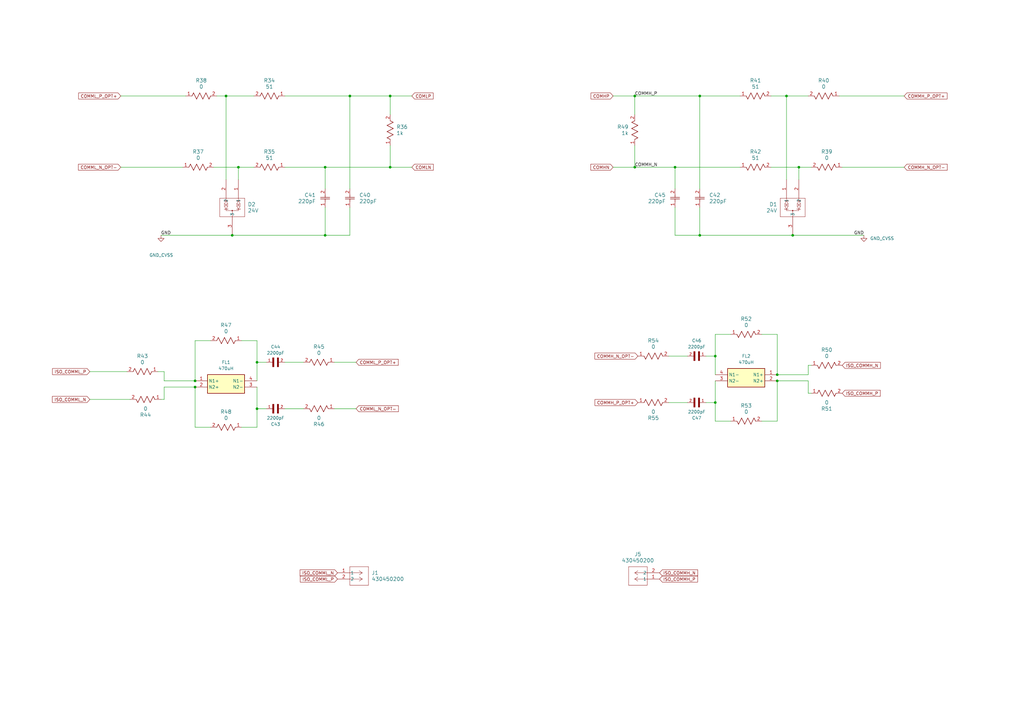
<source format=kicad_sch>
(kicad_sch (version 20231120) (generator "eeschema") (generator_version "8.0")
  (paper "A3")
  (lib_symbols
    (symbol "0430450200:430450200" (pin_names (offset 0.254))
      (property "Reference" "J" (at 8.89 6.35 0))
      (property "Value" "430450200" (at 0 0 0))
      (symbol "430450200_1_1"
        (polyline (pts (xy 5.08 -5.08) (xy 12.7 -5.08)) (stroke (width 0.127)))
        (polyline (pts (xy 5.08 2.54) (xy 5.08 -5.08)) (stroke (width 0.127)))
        (polyline (pts (xy 10.16 -2.54) (xy 5.08 -2.54)) (stroke (width 0.127)))
        (polyline (pts (xy 10.16 -2.54) (xy 8.89 -3.3867)) (stroke (width 0.127)))
        (polyline (pts (xy 10.16 -2.54) (xy 8.89 -1.6933)) (stroke (width 0.127)))
        (polyline (pts (xy 10.16 0) (xy 5.08 0)) (stroke (width 0.127)))
        (polyline (pts (xy 10.16 0) (xy 8.89 -0.8467)) (stroke (width 0.127)))
        (polyline (pts (xy 10.16 0) (xy 8.89 0.8467)) (stroke (width 0.127)))
        (polyline (pts (xy 12.7 -5.08) (xy 12.7 2.54)) (stroke (width 0.127)))
        (polyline (pts (xy 12.7 2.54) (xy 5.08 2.54)) (stroke (width 0.127)))
        (pin unspecified line (at 0 0 0) (length 5.08) (name "1") (number "1"))
        (pin unspecified line (at 0 -2.54 0) (length 5.08) (name "2") (number "2"))
      )
      (symbol "430450200_1_2"
        (polyline (pts (xy 5.08 -5.08) (xy 12.7 -5.08)) (stroke (width 0.127)))
        (polyline (pts (xy 5.08 2.54) (xy 5.08 -5.08)) (stroke (width 0.127)))
        (polyline (pts (xy 7.62 -2.54) (xy 5.08 -2.54)) (stroke (width 0.127)))
        (polyline (pts (xy 7.62 -2.54) (xy 8.89 -3.3867)) (stroke (width 0.127)))
        (polyline (pts (xy 7.62 -2.54) (xy 8.89 -1.6933)) (stroke (width 0.127)))
        (polyline (pts (xy 7.62 0) (xy 5.08 0)) (stroke (width 0.127)))
        (polyline (pts (xy 7.62 0) (xy 8.89 -0.8467)) (stroke (width 0.127)))
        (polyline (pts (xy 7.62 0) (xy 8.89 0.8467)) (stroke (width 0.127)))
        (polyline (pts (xy 12.7 -5.08) (xy 12.7 2.54)) (stroke (width 0.127)))
        (polyline (pts (xy 12.7 2.54) (xy 5.08 2.54)) (stroke (width 0.127)))
        (pin unspecified line (at 0 0 0) (length 5.08) (name "1") (number "1"))
        (pin unspecified line (at 0 -2.54 0) (length 5.08) (name "2") (number "2"))
      )
    )
    (symbol "1206J2K00222KXR:1206J2K00222KXR" (pin_names (offset 1.016))
      (property "Reference" "C" (at 0 3.8109 0))
      (property "Value" "1206J2K00222KXR" (at 0 -5.0885 0))
      (symbol "1206J2K00222KXR_0_0"
        (rectangle (start 0 -1.9069) (end 0.635 1.905) (stroke (width 0.1)) (fill (type outline)))
        (rectangle (start 1.9069 -1.9069) (end 2.54 1.905) (stroke (width 0.1)) (fill (type outline)))
        (pin passive line (at -2.54 0 0) (length 2.54) (name "~") (number "1"))
        (pin passive line (at 5.08 0 180) (length 2.54) (name "~") (number "2"))
      )
    )
    (symbol "744242471:744242471"
      (property "Reference" "FL" (at 21.59 7.62 0))
      (property "Value" "744242471" (at 21.59 5.08 0))
      (symbol "744242471_1_1"
        (rectangle (start 5.08 2.54) (end 20.32 -5.08) (stroke (width 0.254)) (fill (type background)))
        (pin passive line (at 0 0 0) (length 5.08) (name "N1+") (number "1"))
        (pin passive line (at 0 -2.54 0) (length 5.08) (name "N2+") (number "2"))
        (pin passive line (at 25.4 -2.54 180) (length 5.08) (name "N2-") (number "3"))
        (pin passive line (at 25.4 0 180) (length 5.08) (name "N1-") (number "4"))
      )
    )
    (symbol "CL10B221JB8NNNC:CL10B221JB8NNNC" (pin_names (offset 0.254))
      (property "Reference" "C41" (at 5.0801 -3.81 90))
      (property "Value" "220pF" (at 2.5401 -3.81 90))
      (symbol "CL10B221JB8NNNC_1_1"
        (polyline (pts (xy 2.54 0) (xy 3.4798 0)) (stroke (width 0.2032)))
        (polyline (pts (xy 3.4798 -1.905) (xy 3.4798 1.905)) (stroke (width 0.2032)))
        (polyline (pts (xy 4.1148 -1.905) (xy 4.1148 1.905)) (stroke (width 0.2032)))
        (polyline (pts (xy 4.1148 0) (xy 5.08 0)) (stroke (width 0.2032)))
        (pin passive line (at 0 0 0) (length 2.54) (name "") (number "1"))
        (pin passive line (at 7.62 0 180) (length 2.54) (name "") (number "2"))
      )
    )
    (symbol "CL10B221JB8NNNC_1" (pin_names (offset 0.254))
      (property "Reference" "C40" (at 5.0801 -3.81 90))
      (property "Value" "220pF" (at 2.5401 -3.81 90))
      (symbol "CL10B221JB8NNNC_1_1_1"
        (polyline (pts (xy 2.54 0) (xy 3.4798 0)) (stroke (width 0.2032)))
        (polyline (pts (xy 3.4798 -1.905) (xy 3.4798 1.905)) (stroke (width 0.2032)))
        (polyline (pts (xy 4.1148 -1.905) (xy 4.1148 1.905)) (stroke (width 0.2032)))
        (polyline (pts (xy 4.1148 0) (xy 5.08 0)) (stroke (width 0.2032)))
        (pin passive line (at 0 0 0) (length 2.54) (name "") (number "1"))
        (pin passive line (at 7.62 0 180) (length 2.54) (name "") (number "2"))
      )
    )
    (symbol "CRCW060351R0JNEA:CRCW060351R0JNEA" (pin_names (offset 0.254))
      (property "Reference" "R34" (at 6.35 6.35 0))
      (property "Value" "51" (at 6.35 3.81 0))
      (symbol "CRCW060351R0JNEA_1_1"
        (polyline (pts (xy 2.54 0) (xy 3.175 1.27)) (stroke (width 0.2032)))
        (polyline (pts (xy 3.175 1.27) (xy 4.445 -1.27)) (stroke (width 0.2032)))
        (polyline (pts (xy 4.445 -1.27) (xy 5.715 1.27)) (stroke (width 0.2032)))
        (polyline (pts (xy 5.715 1.27) (xy 6.985 -1.27)) (stroke (width 0.2032)))
        (polyline (pts (xy 6.985 -1.27) (xy 8.255 1.27)) (stroke (width 0.2032)))
        (polyline (pts (xy 8.255 1.27) (xy 9.525 -1.27)) (stroke (width 0.2032)))
        (polyline (pts (xy 9.525 -1.27) (xy 10.16 0)) (stroke (width 0.2032)))
        (pin passive line (at 12.7 0 180) (length 2.54) (name "") (number "1"))
        (pin passive line (at 0 0 0) (length 2.54) (name "") (number "2"))
      )
    )
    (symbol "CRCW060351R0JNEA_1" (pin_names (offset 0.254))
      (property "Reference" "R35" (at 6.35 6.35 0))
      (property "Value" "51" (at 6.35 3.81 0))
      (symbol "CRCW060351R0JNEA_1_1_1"
        (polyline (pts (xy 2.54 0) (xy 3.175 1.27)) (stroke (width 0.2032)))
        (polyline (pts (xy 3.175 1.27) (xy 4.445 -1.27)) (stroke (width 0.2032)))
        (polyline (pts (xy 4.445 -1.27) (xy 5.715 1.27)) (stroke (width 0.2032)))
        (polyline (pts (xy 5.715 1.27) (xy 6.985 -1.27)) (stroke (width 0.2032)))
        (polyline (pts (xy 6.985 -1.27) (xy 8.255 1.27)) (stroke (width 0.2032)))
        (polyline (pts (xy 8.255 1.27) (xy 9.525 -1.27)) (stroke (width 0.2032)))
        (polyline (pts (xy 9.525 -1.27) (xy 10.16 0)) (stroke (width 0.2032)))
        (pin passive line (at 12.7 0 180) (length 2.54) (name "") (number "1"))
        (pin passive line (at 0 0 0) (length 2.54) (name "") (number "2"))
      )
    )
    (symbol "CRCW08050000Z0EAHP:CRCW08050000Z0EAHP" (pin_names (offset 0.254))
      (property "Reference" "R43" (at 6.35 6.35 0))
      (property "Value" "0" (at 6.35 3.81 0))
      (symbol "CRCW08050000Z0EAHP_1_1"
        (polyline (pts (xy 2.54 0) (xy 3.175 1.27)) (stroke (width 0.2032)))
        (polyline (pts (xy 3.175 1.27) (xy 4.445 -1.27)) (stroke (width 0.2032)))
        (polyline (pts (xy 4.445 -1.27) (xy 5.715 1.27)) (stroke (width 0.2032)))
        (polyline (pts (xy 5.715 1.27) (xy 6.985 -1.27)) (stroke (width 0.2032)))
        (polyline (pts (xy 6.985 -1.27) (xy 8.255 1.27)) (stroke (width 0.2032)))
        (polyline (pts (xy 8.255 1.27) (xy 9.525 -1.27)) (stroke (width 0.2032)))
        (polyline (pts (xy 9.525 -1.27) (xy 10.16 0)) (stroke (width 0.2032)))
        (pin passive line (at 12.7 0 180) (length 2.54) (name "") (number "1"))
        (pin passive line (at 0 0 0) (length 2.54) (name "") (number "2"))
      )
    )
    (symbol "CRCW08050000Z0EAHP_1" (pin_names (offset 0.254))
      (property "Reference" "R46" (at 6.35 6.35 0))
      (property "Value" "0" (at 6.35 3.81 0))
      (symbol "CRCW08050000Z0EAHP_1_1_1"
        (polyline (pts (xy 2.54 0) (xy 3.175 1.27)) (stroke (width 0.2032)))
        (polyline (pts (xy 3.175 1.27) (xy 4.445 -1.27)) (stroke (width 0.2032)))
        (polyline (pts (xy 4.445 -1.27) (xy 5.715 1.27)) (stroke (width 0.2032)))
        (polyline (pts (xy 5.715 1.27) (xy 6.985 -1.27)) (stroke (width 0.2032)))
        (polyline (pts (xy 6.985 -1.27) (xy 8.255 1.27)) (stroke (width 0.2032)))
        (polyline (pts (xy 8.255 1.27) (xy 9.525 -1.27)) (stroke (width 0.2032)))
        (polyline (pts (xy 9.525 -1.27) (xy 10.16 0)) (stroke (width 0.2032)))
        (pin passive line (at 12.7 0 180) (length 2.54) (name "") (number "1"))
        (pin passive line (at 0 0 0) (length 2.54) (name "") (number "2"))
      )
    )
    (symbol "CRCW08050000Z0EAHP_2" (pin_names (offset 0.254))
      (property "Reference" "R44" (at 6.35 6.35 0))
      (property "Value" "0" (at 6.35 3.81 0))
      (symbol "CRCW08050000Z0EAHP_2_1_1"
        (polyline (pts (xy 2.54 0) (xy 3.175 1.27)) (stroke (width 0.2032)))
        (polyline (pts (xy 3.175 1.27) (xy 4.445 -1.27)) (stroke (width 0.2032)))
        (polyline (pts (xy 4.445 -1.27) (xy 5.715 1.27)) (stroke (width 0.2032)))
        (polyline (pts (xy 5.715 1.27) (xy 6.985 -1.27)) (stroke (width 0.2032)))
        (polyline (pts (xy 6.985 -1.27) (xy 8.255 1.27)) (stroke (width 0.2032)))
        (polyline (pts (xy 8.255 1.27) (xy 9.525 -1.27)) (stroke (width 0.2032)))
        (polyline (pts (xy 9.525 -1.27) (xy 10.16 0)) (stroke (width 0.2032)))
        (pin passive line (at 12.7 0 180) (length 2.54) (name "") (number "1"))
        (pin passive line (at 0 0 0) (length 2.54) (name "") (number "2"))
      )
    )
    (symbol "ERJ-3EKF1001V:ERJ-3EKF1001V" (pin_names (offset 0.254))
      (property "Reference" "R36" (at 5.0799 2.54 90))
      (property "Value" "1.00K" (at 7.6199 2.54 90))
      (symbol "ERJ-3EKF1001V_1_1"
        (polyline (pts (xy 2.54 0) (xy 3.175 1.27)) (stroke (width 0.2032)))
        (polyline (pts (xy 3.175 1.27) (xy 4.445 -1.27)) (stroke (width 0.2032)))
        (polyline (pts (xy 4.445 -1.27) (xy 5.715 1.27)) (stroke (width 0.2032)))
        (polyline (pts (xy 5.715 1.27) (xy 6.985 -1.27)) (stroke (width 0.2032)))
        (polyline (pts (xy 6.985 -1.27) (xy 8.255 1.27)) (stroke (width 0.2032)))
        (polyline (pts (xy 8.255 1.27) (xy 9.525 -1.27)) (stroke (width 0.2032)))
        (polyline (pts (xy 9.525 -1.27) (xy 10.16 0)) (stroke (width 0.2032)))
        (pin passive line (at 12.7 0 180) (length 2.54) (name "") (number "1"))
        (pin passive line (at 0 0 0) (length 2.54) (name "") (number "2"))
      )
    )
    (symbol "PESD1CAN,215:PESD1CAN_215" (pin_names (offset 0.254))
      (property "Reference" "D2" (at 10.1599 3.81 90))
      (property "Value" "24V" (at 12.6999 3.81 90))
      (symbol "PESD1CAN_215_1_1"
        (polyline (pts (xy 7.62 -7.62) (xy 15.24 -7.62)) (stroke (width 0.127)))
        (polyline (pts (xy 7.62 -5.08) (xy 8.636 -5.08)) (stroke (width 0.127)))
        (polyline (pts (xy 7.62 0) (xy 8.636 0)) (stroke (width 0.127)))
        (polyline (pts (xy 7.62 2.54) (xy 7.62 -7.62)) (stroke (width 0.127)))
        (polyline (pts (xy 8.636 -5.842) (xy 8.636 -4.318)) (stroke (width 0.127)))
        (polyline (pts (xy 8.636 -5.842) (xy 8.89 -5.842)) (stroke (width 0.127)))
        (polyline (pts (xy 8.636 -5.08) (xy 10.16 -5.842)) (stroke (width 0.127)))
        (polyline (pts (xy 8.636 -0.762) (xy 8.636 0.762)) (stroke (width 0.127)))
        (polyline (pts (xy 8.636 -0.762) (xy 8.89 -0.762)) (stroke (width 0.127)))
        (polyline (pts (xy 8.636 0) (xy 10.16 -0.762)) (stroke (width 0.127)))
        (polyline (pts (xy 10.16 -5.842) (xy 10.16 -4.318)) (stroke (width 0.127)))
        (polyline (pts (xy 10.16 -5.08) (xy 10.668 -5.08)) (stroke (width 0.127)))
        (polyline (pts (xy 10.16 -4.318) (xy 8.636 -5.08)) (stroke (width 0.127)))
        (polyline (pts (xy 10.16 -0.762) (xy 10.16 0.762)) (stroke (width 0.127)))
        (polyline (pts (xy 10.16 0) (xy 10.668 0)) (stroke (width 0.127)))
        (polyline (pts (xy 10.16 0.762) (xy 8.636 0)) (stroke (width 0.127)))
        (polyline (pts (xy 10.668 -5.842) (xy 12.192 -5.08)) (stroke (width 0.127)))
        (polyline (pts (xy 10.668 -4.318) (xy 10.668 -5.842)) (stroke (width 0.127)))
        (polyline (pts (xy 10.668 -0.762) (xy 12.192 0)) (stroke (width 0.127)))
        (polyline (pts (xy 10.668 0.762) (xy 10.668 -0.762)) (stroke (width 0.127)))
        (polyline (pts (xy 12.192 -5.08) (xy 10.668 -4.318)) (stroke (width 0.127)))
        (polyline (pts (xy 12.192 -5.08) (xy 12.7 -5.08)) (stroke (width 0.127)))
        (polyline (pts (xy 12.192 -4.318) (xy 11.938 -4.318)) (stroke (width 0.127)))
        (polyline (pts (xy 12.192 -4.318) (xy 12.192 -5.842)) (stroke (width 0.127)))
        (polyline (pts (xy 12.192 0) (xy 10.668 0.762)) (stroke (width 0.127)))
        (polyline (pts (xy 12.192 0) (xy 12.7 0)) (stroke (width 0.127)))
        (polyline (pts (xy 12.192 0.762) (xy 11.938 0.762)) (stroke (width 0.127)))
        (polyline (pts (xy 12.192 0.762) (xy 12.192 -0.762)) (stroke (width 0.127)))
        (polyline (pts (xy 12.7 -2.54) (xy 15.24 -2.54)) (stroke (width 0.127)))
        (polyline (pts (xy 12.7 0) (xy 12.7 -5.08)) (stroke (width 0.127)))
        (polyline (pts (xy 15.24 -7.62) (xy 15.24 2.54)) (stroke (width 0.127)))
        (polyline (pts (xy 15.24 2.54) (xy 7.62 2.54)) (stroke (width 0.127)))
        (circle (center 12.7 -2.54) (radius 0.127) (stroke (width 0.254)))
        (pin passive line (at 0 0 0) (length 7.62) (name "1") (number "1"))
        (pin passive line (at 0 -5.08 0) (length 7.62) (name "2") (number "2"))
        (pin passive line (at 22.86 -2.54 180) (length 7.62) (name "3") (number "3"))
      )
    )
    (symbol "RC0603JR-070RL:RC0603JR-070RL" (pin_names (offset 0.254))
      (property "Reference" "R38" (at 6.35 6.35 0))
      (property "Value" "0" (at 6.35 3.81 0))
      (symbol "RC0603JR-070RL_1_1"
        (polyline (pts (xy 2.54 0) (xy 3.175 1.27)) (stroke (width 0.2032)))
        (polyline (pts (xy 3.175 1.27) (xy 4.445 -1.27)) (stroke (width 0.2032)))
        (polyline (pts (xy 4.445 -1.27) (xy 5.715 1.27)) (stroke (width 0.2032)))
        (polyline (pts (xy 5.715 1.27) (xy 6.985 -1.27)) (stroke (width 0.2032)))
        (polyline (pts (xy 6.985 -1.27) (xy 8.255 1.27)) (stroke (width 0.2032)))
        (polyline (pts (xy 8.255 1.27) (xy 9.525 -1.27)) (stroke (width 0.2032)))
        (polyline (pts (xy 9.525 -1.27) (xy 10.16 0)) (stroke (width 0.2032)))
        (pin passive line (at 0 0 0) (length 2.54) (name "") (number "1"))
        (pin passive line (at 12.7 0 180) (length 2.54) (name "") (number "2"))
      )
    )
    (symbol "RC0603JR-070RL_1" (pin_names (offset 0.254))
      (property "Reference" "R37" (at 6.35 6.35 0))
      (property "Value" "0" (at 6.35 3.81 0))
      (symbol "RC0603JR-070RL_1_1_1"
        (polyline (pts (xy 2.54 0) (xy 3.175 1.27)) (stroke (width 0.2032)))
        (polyline (pts (xy 3.175 1.27) (xy 4.445 -1.27)) (stroke (width 0.2032)))
        (polyline (pts (xy 4.445 -1.27) (xy 5.715 1.27)) (stroke (width 0.2032)))
        (polyline (pts (xy 5.715 1.27) (xy 6.985 -1.27)) (stroke (width 0.2032)))
        (polyline (pts (xy 6.985 -1.27) (xy 8.255 1.27)) (stroke (width 0.2032)))
        (polyline (pts (xy 8.255 1.27) (xy 9.525 -1.27)) (stroke (width 0.2032)))
        (polyline (pts (xy 9.525 -1.27) (xy 10.16 0)) (stroke (width 0.2032)))
        (pin passive line (at 0 0 0) (length 2.54) (name "") (number "1"))
        (pin passive line (at 12.7 0 180) (length 2.54) (name "") (number "2"))
      )
    )
    (symbol "power:GND" (power) (pin_numbers hide) (pin_names (offset 0) hide)
      (property "Value" "GND" (at 0 -3.81 0))
      (symbol "GND_0_1"
        (polyline (pts (xy 0 0) (xy 0 -1.27) (xy 1.27 -1.27) (xy 0 -2.54) (xy -1.27 -1.27) (xy 0 -1.27)))
      )
      (symbol "GND_1_1"
        (pin power_in line (at 0 0 270) (length 0) (name "~") (number "1"))
      )
    )
  )
  (junction (at 160.02 39.37))
  (junction (at 80.01 156.21))
  (junction (at 95.25 96.52))
  (junction (at 160.02 68.58))
  (junction (at 293.37 165.1))
  (junction (at 276.86 68.58))
  (junction (at 322.58 39.37))
  (junction (at 143.51 39.37))
  (junction (at 80.01 158.75))
  (junction (at 325.12 96.52))
  (junction (at 287.02 39.37))
  (junction (at 287.02 96.52))
  (junction (at 133.35 68.58))
  (junction (at 105.41 148.59))
  (junction (at 92.71 39.37))
  (junction (at 260.35 68.58))
  (junction (at 260.35 39.37))
  (junction (at 97.79 68.58))
  (junction (at 133.35 96.52))
  (junction (at 293.37 146.05))
  (junction (at 327.66 68.58))
  (junction (at 318.77 156.21))
  (junction (at 318.77 153.67))
  (junction (at 105.41 167.64))
  (wire (pts (xy 331.47 153.67) (xy 331.47 149.86)))
  (wire (pts (xy 293.37 137.16) (xy 293.37 146.05)))
  (wire (pts (xy 318.77 153.67) (xy 318.77 137.16)))
  (wire (pts (xy 67.31 163.83) (xy 67.31 158.75)))
  (wire (pts (xy 276.86 68.58) (xy 260.35 68.58)))
  (wire (pts (xy 332.74 161.29) (xy 331.47 161.29)))
  (wire (pts (xy 331.47 39.37) (xy 322.58 39.37)))
  (wire (pts (xy 325.12 96.52) (xy 287.02 96.52)))
  (wire (pts (xy 327.66 68.58) (xy 316.23 68.58)))
  (wire (pts (xy 109.22 148.59) (xy 105.41 148.59)))
  (wire (pts (xy 36.83 152.4) (xy 52.07 152.4)))
  (wire (pts (xy 80.01 156.21) (xy 80.01 139.7)))
  (wire (pts (xy 299.72 137.16) (xy 293.37 137.16)))
  (wire (pts (xy 66.04 96.52) (xy 95.25 96.52)))
  (wire (pts (xy 97.79 68.58) (xy 97.79 73.66)))
  (wire (pts (xy 318.77 153.67) (xy 331.47 153.67)))
  (wire (pts (xy 354.33 96.52) (xy 325.12 96.52)))
  (wire (pts (xy 260.35 68.58) (xy 260.35 59.69)))
  (wire (pts (xy 293.37 156.21) (xy 293.37 165.1)))
  (wire (pts (xy 105.41 167.64) (xy 105.41 175.26)))
  (wire (pts (xy 109.22 167.64) (xy 105.41 167.64)))
  (wire (pts (xy 260.35 39.37) (xy 260.35 46.99)))
  (wire (pts (xy 143.51 39.37) (xy 160.02 39.37)))
  (wire (pts (xy 88.9 39.37) (xy 92.71 39.37)))
  (wire (pts (xy 331.47 149.86) (xy 332.74 149.86)))
  (wire (pts (xy 160.02 68.58) (xy 160.02 59.69)))
  (wire (pts (xy 105.41 175.26) (xy 99.06 175.26)))
  (wire (pts (xy 116.84 39.37) (xy 143.51 39.37)))
  (wire (pts (xy 331.47 161.29) (xy 331.47 156.21)))
  (wire (pts (xy 99.06 139.7) (xy 105.41 139.7)))
  (wire (pts (xy 260.35 39.37) (xy 251.46 39.37)))
  (wire (pts (xy 105.41 139.7) (xy 105.41 148.59)))
  (wire (pts (xy 276.86 85.09) (xy 276.86 96.52)))
  (wire (pts (xy 318.77 137.16) (xy 312.42 137.16)))
  (wire (pts (xy 287.02 96.52) (xy 276.86 96.52)))
  (wire (pts (xy 370.84 68.58) (xy 345.44 68.58)))
  (wire (pts (xy 66.04 163.83) (xy 67.31 163.83)))
  (wire (pts (xy 97.79 68.58) (xy 104.14 68.58)))
  (wire (pts (xy 287.02 39.37) (xy 303.53 39.37)))
  (wire (pts (xy 137.16 167.64) (xy 146.05 167.64)))
  (wire (pts (xy 36.83 163.83) (xy 53.34 163.83)))
  (wire (pts (xy 143.51 39.37) (xy 143.51 77.47)))
  (wire (pts (xy 276.86 68.58) (xy 303.53 68.58)))
  (wire (pts (xy 327.66 73.66) (xy 327.66 68.58)))
  (wire (pts (xy 137.16 148.59) (xy 146.05 148.59)))
  (wire (pts (xy 105.41 158.75) (xy 105.41 167.64)))
  (wire (pts (xy 331.47 156.21) (xy 318.77 156.21)))
  (wire (pts (xy 293.37 172.72) (xy 299.72 172.72)))
  (wire (pts (xy 92.71 39.37) (xy 104.14 39.37)))
  (wire (pts (xy 49.53 68.58) (xy 74.93 68.58)))
  (wire (pts (xy 133.35 68.58) (xy 133.35 77.47)))
  (wire (pts (xy 318.77 156.21) (xy 318.77 172.72)))
  (wire (pts (xy 133.35 85.09) (xy 133.35 96.52)))
  (wire (pts (xy 80.01 139.7) (xy 86.36 139.7)))
  (wire (pts (xy 322.58 39.37) (xy 322.58 73.66)))
  (wire (pts (xy 116.84 148.59) (xy 124.46 148.59)))
  (wire (pts (xy 80.01 175.26) (xy 86.36 175.26)))
  (wire (pts (xy 260.35 68.58) (xy 251.46 68.58)))
  (wire (pts (xy 116.84 68.58) (xy 133.35 68.58)))
  (wire (pts (xy 281.94 146.05) (xy 274.32 146.05)))
  (wire (pts (xy 143.51 85.09) (xy 143.51 96.52)))
  (wire (pts (xy 160.02 68.58) (xy 168.91 68.58)))
  (wire (pts (xy 87.63 68.58) (xy 97.79 68.58)))
  (wire (pts (xy 332.74 68.58) (xy 327.66 68.58)))
  (wire (pts (xy 260.35 39.37) (xy 287.02 39.37)))
  (wire (pts (xy 105.41 148.59) (xy 105.41 156.21)))
  (wire (pts (xy 370.84 39.37) (xy 344.17 39.37)))
  (wire (pts (xy 287.02 85.09) (xy 287.02 96.52)))
  (wire (pts (xy 49.53 39.37) (xy 76.2 39.37)))
  (wire (pts (xy 293.37 165.1) (xy 293.37 172.72)))
  (wire (pts (xy 92.71 39.37) (xy 92.71 73.66)))
  (wire (pts (xy 80.01 158.75) (xy 80.01 175.26)))
  (wire (pts (xy 95.25 96.52) (xy 133.35 96.52)))
  (wire (pts (xy 67.31 156.21) (xy 67.31 152.4)))
  (wire (pts (xy 316.23 39.37) (xy 322.58 39.37)))
  (wire (pts (xy 318.77 172.72) (xy 312.42 172.72)))
  (wire (pts (xy 67.31 158.75) (xy 80.01 158.75)))
  (wire (pts (xy 67.31 152.4) (xy 64.77 152.4)))
  (wire (pts (xy 133.35 96.52) (xy 143.51 96.52)))
  (wire (pts (xy 293.37 146.05) (xy 293.37 153.67)))
  (wire (pts (xy 289.56 146.05) (xy 293.37 146.05)))
  (wire (pts (xy 116.84 167.64) (xy 124.46 167.64)))
  (wire (pts (xy 289.56 165.1) (xy 293.37 165.1)))
  (wire (pts (xy 160.02 39.37) (xy 168.91 39.37)))
  (wire (pts (xy 133.35 68.58) (xy 160.02 68.58)))
  (wire (pts (xy 160.02 39.37) (xy 160.02 46.99)))
  (wire (pts (xy 276.86 68.58) (xy 276.86 77.47)))
  (wire (pts (xy 80.01 156.21) (xy 67.31 156.21)))
  (wire (pts (xy 281.94 165.1) (xy 274.32 165.1)))
  (wire (pts (xy 287.02 39.37) (xy 287.02 77.47)))
  (label "COMMH_N" (at 260.35 68.58 0))
  (label "GND" (at 354.33 96.52 180))
  (label "GND" (at 66.04 96.52 0))
  (label "COMMH_P" (at 260.35 39.37 0))
  (global_label "ISO_COMMH_N" (shape input) (at 270.51 234.95 0) (property "Intersheetrefs" "${INTERSHEET_REFS}" (effects (hide yes))))
  (global_label "ISO_COMML_N" (shape input) (at 138.43 234.95 180) (property "Intersheetrefs" "${INTERSHEET_REFS}" (effects (hide yes))))
  (global_label "COMMH_P_OPT+" (shape input) (at 261.62 165.1 180) (property "Intersheetrefs" "${INTERSHEET_REFS}" (effects (hide yes))))
  (global_label "COMML_N_OPT-" (shape input) (at 49.53 68.58 180) (property "Intersheetrefs" "${INTERSHEET_REFS}" (effects (hide yes))))
  (global_label "ISO_COMML_P" (shape input) (at 138.43 237.49 180) (property "Intersheetrefs" "${INTERSHEET_REFS}" (effects (hide yes))))
  (global_label "COMLN" (shape input) (at 168.91 68.58 0) (property "Intersheetrefs" "${INTERSHEET_REFS}" (effects (hide yes))))
  (global_label "COMHP" (shape input) (at 251.46 39.37 180) (property "Intersheetrefs" "${INTERSHEET_REFS}" (effects (hide yes))))
  (global_label "COMMH_P_OPT+" (shape input) (at 370.84 39.37 0) (property "Intersheetrefs" "${INTERSHEET_REFS}" (effects (hide yes))))
  (global_label "COMMH_N_OPT-" (shape input) (at 370.84 68.58 0) (property "Intersheetrefs" "${INTERSHEET_REFS}" (effects (hide yes))))
  (global_label "ISO_COMMH_P" (shape input) (at 345.44 161.29 0) (property "Intersheetrefs" "${INTERSHEET_REFS}" (effects (hide yes))))
  (global_label "COMML_N_OPT-" (shape input) (at 146.05 167.64 0) (property "Intersheetrefs" "${INTERSHEET_REFS}" (effects (hide yes))))
  (global_label "ISO_COMMH_P" (shape input) (at 270.51 237.49 0) (property "Intersheetrefs" "${INTERSHEET_REFS}" (effects (hide yes))))
  (global_label "COMML_P_OPT+" (shape input) (at 49.53 39.37 180) (property "Intersheetrefs" "${INTERSHEET_REFS}" (effects (hide yes))))
  (global_label "ISO_COMML_P" (shape input) (at 36.83 152.4 180) (property "Intersheetrefs" "${INTERSHEET_REFS}" (effects (hide yes))))
  (global_label "ISO_COMML_N" (shape input) (at 36.83 163.83 180) (property "Intersheetrefs" "${INTERSHEET_REFS}" (effects (hide yes))))
  (global_label "COMHN" (shape input) (at 251.46 68.58 180) (property "Intersheetrefs" "${INTERSHEET_REFS}" (effects (hide yes))))
  (global_label "COMML_P_OPT+" (shape input) (at 146.05 148.59 0) (property "Intersheetrefs" "${INTERSHEET_REFS}" (effects (hide yes))))
  (global_label "ISO_COMMH_N" (shape input) (at 345.44 149.86 0) (property "Intersheetrefs" "${INTERSHEET_REFS}" (effects (hide yes))))
  (global_label "COMLP" (shape input) (at 168.91 39.37 0) (property "Intersheetrefs" "${INTERSHEET_REFS}" (effects (hide yes))))
  (global_label "COMMH_N_OPT-" (shape input) (at 261.62 146.05 180) (property "Intersheetrefs" "${INTERSHEET_REFS}" (effects (hide yes))))
  (symbol (lib_id "ERJ-3EKF1001V:ERJ-3EKF1001V") (at 260.35 46.99 90) (mirror x) (unit 1)
    (property "Reference" "R49" (at 257.81 52.0699 90) (effects (font (size 1.524 1.524)) (justify left)))
    (property "Value" "1k" (at 257.81 54.6099 90) (effects (font (size 1.524 1.524)) (justify left)))
    (property "Footprint" "ERJ-3EKF1001V:RC0603N_PAN-L" (effects (hide yes)))
    (property "Datasheet" "https://industrial.panasonic.com/cdbs/www-data/pdf/RDA0000/AOA0000C304.pdf" (effects (hide yes)))
    (property "Manufacturer Part Number" "ERJ-3EKF1001V" (effects (hide yes)))
  )
  (symbol (lib_name "CRCW060351R0JNEA_1") (lib_id "CRCW060351R0JNEA:CRCW060351R0JNEA") (at 104.14 68.58 0) (unit 1)
    (property "Reference" "R35" (at 110.49 62.23 0) (effects (font (size 1.524 1.524))))
    (property "Value" "51" (at 110.49 64.77 0) (effects (font (size 1.524 1.524))))
    (property "Footprint" "CRCW060351R0JNEA:RC0603N_VIS-L" (effects (hide yes)))
    (property "Datasheet" "https://www.vishay.com/docs/20035/dcrcwe3.pdf" (effects (hide yes)))
    (property "Manufacturer Part Number" "CRCW060351R0JNEA" (effects (hide yes)))
  )
  (symbol (lib_name "CRCW08050000Z0EAHP_1") (lib_id "CRCW08050000Z0EAHP:CRCW08050000Z0EAHP") (at 274.32 165.1 180) (unit 1)
    (property "Reference" "R55" (at 267.97 171.45 0) (effects (font (size 1.524 1.524))))
    (property "Value" "0" (at 267.97 168.91 0) (effects (font (size 1.524 1.524))))
    (property "Footprint" "CRCW08050000Z0EAHP:RES_CRCW_0805_VIS-L" (effects (hide yes)))
    (property "Datasheet" "https://www.vishay.com/docs/20043/crcwhpe3.pdf" (effects (hide yes)))
    (property "Manufacturer Part Number" "CRCW08050000Z0EAHP" (effects (hide yes)))
  )
  (symbol (lib_id "1206J2K00222KXR:1206J2K00222KXR") (at 111.76 167.64 0) (mirror x) (unit 1)
    (property "Reference" "C43" (at 113.03 173.99 0))
    (property "Value" "2200pF" (at 113.03 171.45 0))
    (property "Footprint" "1206J2K00222KXR (1):CAPC3216X160N" (effects (hide yes)))
    (property "Datasheet" "https://www.knowlescapacitors.com/getattachment/2dbfc8bc-e2b3-4b4d-afb1-43b011b9ebe0/High-Std-Voltage.aspx" (effects (hide yes)))
    (property "Manufacturer Part Number" "1206J2K00222" (effects (hide yes)))
  )
  (symbol (lib_id "PESD1CAN,215:PESD1CAN_215") (at 322.58 73.66 90) (mirror x) (unit 1)
    (property "Reference" "D1" (at 318.77 83.8199 90) (effects (font (size 1.524 1.524)) (justify left)))
    (property "Value" "24V" (at 318.77 86.3599 90) (effects (font (size 1.524 1.524)) (justify left)))
    (property "Footprint" "SOT23_PESD1_NEX" (effects (hide yes)))
    (property "Datasheet" "https://assets.nexperia.com/documents/data-sheet/PESD1CAN.pdf" (effects (hide yes)))
    (property "Manufacturer Part Number" "PESD1CAN_215" (effects (hide yes)))
  )
  (symbol (lib_name "CRCW08050000Z0EAHP_1") (lib_id "CRCW08050000Z0EAHP:CRCW08050000Z0EAHP") (at 86.36 175.26 0) (unit 1)
    (property "Reference" "R48" (at 92.71 168.91 0) (effects (font (size 1.524 1.524))))
    (property "Value" "0" (at 92.71 171.45 0) (effects (font (size 1.524 1.524))))
    (property "Footprint" "CRCW08050000Z0EAHP:RES_CRCW_0805_VIS-L" (effects (hide yes)))
    (property "Datasheet" "https://www.vishay.com/docs/20043/crcwhpe3.pdf" (effects (hide yes)))
    (property "Manufacturer Part Number" "CRCW08050000Z0EAHP" (effects (hide yes)))
  )
  (symbol (lib_name "CRCW08050000Z0EAHP_1") (lib_id "CRCW08050000Z0EAHP:CRCW08050000Z0EAHP") (at 124.46 148.59 0) (unit 1)
    (property "Reference" "R45" (at 130.81 142.24 0) (effects (font (size 1.524 1.524))))
    (property "Value" "0" (at 130.81 144.78 0) (effects (font (size 1.524 1.524))))
    (property "Footprint" "CRCW08050000Z0EAHP:RES_CRCW_0805_VIS-L" (effects (hide yes)))
    (property "Datasheet" "https://www.vishay.com/docs/20043/crcwhpe3.pdf" (effects (hide yes)))
    (property "Manufacturer Part Number" "CRCW08050000Z0EAHP" (effects (hide yes)))
  )
  (symbol (lib_name "CRCW08050000Z0EAHP_1") (lib_id "CRCW08050000Z0EAHP:CRCW08050000Z0EAHP") (at 312.42 172.72 0) (mirror y) (unit 1)
    (property "Reference" "R53" (at 306.07 166.37 0) (effects (font (size 1.524 1.524))))
    (property "Value" "0" (at 306.07 168.91 0) (effects (font (size 1.524 1.524))))
    (property "Footprint" "CRCW08050000Z0EAHP:RES_CRCW_0805_VIS-L" (effects (hide yes)))
    (property "Datasheet" "https://www.vishay.com/docs/20043/crcwhpe3.pdf" (effects (hide yes)))
    (property "Manufacturer Part Number" "CRCW08050000Z0EAHP" (effects (hide yes)))
  )
  (symbol (lib_name "CRCW060351R0JNEA_1") (lib_id "CRCW060351R0JNEA:CRCW060351R0JNEA") (at 316.23 68.58 0) (mirror y) (unit 1)
    (property "Reference" "R42" (at 309.88 62.23 0) (effects (font (size 1.524 1.524))))
    (property "Value" "51" (at 309.88 64.77 0) (effects (font (size 1.524 1.524))))
    (property "Footprint" "CRCW060351R0JNEA:RC0603N_VIS-L" (effects (hide yes)))
    (property "Datasheet" "https://www.vishay.com/docs/20035/dcrcwe3.pdf" (effects (hide yes)))
    (property "Manufacturer Part Number" "CRCW060351R0JNEA" (effects (hide yes)))
  )
  (symbol (lib_id "CRCW08050000Z0EAHP:CRCW08050000Z0EAHP") (at 52.07 152.4 0) (unit 1)
    (property "Reference" "R43" (at 58.42 146.05 0) (effects (font (size 1.524 1.524))))
    (property "Value" "0" (at 58.42 148.59 0) (effects (font (size 1.524 1.524))))
    (property "Footprint" "CRCW08050000Z0EAHP:RES_CRCW_0805_VIS-L" (effects (hide yes)))
    (property "Datasheet" "https://www.vishay.com/docs/20043/crcwhpe3.pdf" (effects (hide yes)))
    (property "Manufacturer Part Number" "CRCW08050000Z0EAHP" (effects (hide yes)))
  )
  (symbol (lib_name "CRCW08050000Z0EAHP_1") (lib_id "CRCW08050000Z0EAHP:CRCW08050000Z0EAHP") (at 124.46 167.64 0) (mirror x) (unit 1)
    (property "Reference" "R46" (at 130.81 173.99 0) (effects (font (size 1.524 1.524))))
    (property "Value" "0" (at 130.81 171.45 0) (effects (font (size 1.524 1.524))))
    (property "Footprint" "CRCW08050000Z0EAHP:RES_CRCW_0805_VIS-L" (effects (hide yes)))
    (property "Datasheet" "https://www.vishay.com/docs/20043/crcwhpe3.pdf" (effects (hide yes)))
    (property "Manufacturer Part Number" "CRCW08050000Z0EAHP" (effects (hide yes)))
  )
  (symbol (lib_name "CRCW08050000Z0EAHP_1") (lib_id "CRCW08050000Z0EAHP:CRCW08050000Z0EAHP") (at 312.42 137.16 0) (mirror y) (unit 1)
    (property "Reference" "R52" (at 306.07 130.81 0) (effects (font (size 1.524 1.524))))
    (property "Value" "0" (at 306.07 133.35 0) (effects (font (size 1.524 1.524))))
    (property "Footprint" "CRCW08050000Z0EAHP:RES_CRCW_0805_VIS-L" (effects (hide yes)))
    (property "Datasheet" "https://www.vishay.com/docs/20043/crcwhpe3.pdf" (effects (hide yes)))
    (property "Manufacturer Part Number" "CRCW08050000Z0EAHP" (effects (hide yes)))
  )
  (symbol (lib_id "PESD1CAN,215:PESD1CAN_215") (at 97.79 73.66 270) (unit 1)
    (property "Reference" "D2" (at 101.6 83.8199 90) (effects (font (size 1.524 1.524)) (justify left)))
    (property "Value" "24V" (at 101.6 86.3599 90) (effects (font (size 1.524 1.524)) (justify left)))
    (property "Footprint" "SOT23_PESD1_NEX" (effects (hide yes)))
    (property "Datasheet" "https://assets.nexperia.com/documents/data-sheet/PESD1CAN.pdf" (effects (hide yes)))
    (property "Manufacturer Part Number" "PESD1CAN_215" (effects (hide yes)))
  )
  (symbol (lib_id "744242471:744242471") (at 80.01 156.21 0) (unit 1)
    (property "Reference" "FL1" (at 92.71 148.59 0))
    (property "Value" "470uH" (at 92.71 151.13 0))
    (property "Footprint" "KiCad:744242471" (effects (hide yes)))
    (property "Datasheet" "https://www.we-online.com/components/products/datasheet/744242471.pdf" (effects (hide yes)))
    (property "Description" "470 H @ 100 kHz 2 Line Common Mode Choke Surface Mount 2.2 kOhms @ 15 MHz 400mA DCR 350mOhm" (effects (hide yes)))
    (property "Height" "3.6" (effects (hide yes)))
    (property "Mouser Part Number" "710-744242471" (effects (hide yes)))
    (property "Mouser Price/Stock" "https://www.mouser.co.uk/ProductDetail/Wurth-Elektronik/744242471?qs=PGXP4M47uW7UIiGXUC0ZiA%3D%3D" (effects (hide yes)))
    (property "Manufacturer_Name" "Wurth Elektronik" (effects (hide yes)))
    (property "Manufacturer_Part_Number" "744242471" (effects (hide yes)))
    (property "Manufacturer Part Number" "744242471" (effects (hide yes)))
  )
  (symbol (lib_id "power:GND") (at 354.33 96.52 0) (unit 1)
    (property "Reference" "#PWR013" (effects (hide yes)))
    (property "Value" "GND_CVSS" (at 356.87 97.7899 0) (effects (justify left)))
    (property "Description" "Power symbol creates a global label with name \"GND\" , ground" (effects (hide yes)))
  )
  (symbol (lib_id "CRCW08050000Z0EAHP:CRCW08050000Z0EAHP") (at 345.44 149.86 0) (mirror y) (unit 1)
    (property "Reference" "R50" (at 339.09 143.51 0) (effects (font (size 1.524 1.524))))
    (property "Value" "0" (at 339.09 146.05 0) (effects (font (size 1.524 1.524))))
    (property "Footprint" "CRCW08050000Z0EAHP:RES_CRCW_0805_VIS-L" (effects (hide yes)))
    (property "Datasheet" "https://www.vishay.com/docs/20043/crcwhpe3.pdf" (effects (hide yes)))
    (property "Manufacturer Part Number" "CRCW08050000Z0EAHP" (effects (hide yes)))
  )
  (symbol (lib_id "0430450200:430450200") (at 138.43 234.95 0) (unit 1)
    (property "Reference" "J1" (at 152.4 234.9499 0) (effects (font (size 1.524 1.524)) (justify left)))
    (property "Value" "430450200" (at 152.4 237.4899 0) (effects (font (size 1.524 1.524)) (justify left)))
    (property "Footprint" "0430450200:CON_430450200_MOL" (effects (hide yes)))
    (property "Datasheet" "430450200" (effects (hide yes)))
  )
  (symbol (lib_name "CRCW08050000Z0EAHP_1") (lib_id "CRCW08050000Z0EAHP:CRCW08050000Z0EAHP") (at 274.32 146.05 0) (mirror y) (unit 1)
    (property "Reference" "R54" (at 267.97 139.7 0) (effects (font (size 1.524 1.524))))
    (property "Value" "0" (at 267.97 142.24 0) (effects (font (size 1.524 1.524))))
    (property "Footprint" "CRCW08050000Z0EAHP:RES_CRCW_0805_VIS-L" (effects (hide yes)))
    (property "Datasheet" "https://www.vishay.com/docs/20043/crcwhpe3.pdf" (effects (hide yes)))
    (property "Manufacturer Part Number" "CRCW08050000Z0EAHP" (effects (hide yes)))
  )
  (symbol (lib_id "1206J2K00222KXR:1206J2K00222KXR") (at 287.02 146.05 0) (mirror y) (unit 1)
    (property "Reference" "C46" (at 285.75 139.7 0))
    (property "Value" "2200pF" (at 285.75 142.24 0))
    (property "Footprint" "1206J2K00222KXR (1):CAPC3216X160N" (effects (hide yes)))
    (property "Datasheet" "https://www.knowlescapacitors.com/getattachment/2dbfc8bc-e2b3-4b4d-afb1-43b011b9ebe0/High-Std-Voltage.aspx" (effects (hide yes)))
    (property "Manufacturer Part Number" "1206J2K00222" (effects (hide yes)))
  )
  (symbol (lib_name "CRCW08050000Z0EAHP_1") (lib_id "CRCW08050000Z0EAHP:CRCW08050000Z0EAHP") (at 86.36 139.7 0) (unit 1)
    (property "Reference" "R47" (at 92.71 133.35 0) (effects (font (size 1.524 1.524))))
    (property "Value" "0" (at 92.71 135.89 0) (effects (font (size 1.524 1.524))))
    (property "Footprint" "CRCW08050000Z0EAHP:RES_CRCW_0805_VIS-L" (effects (hide yes)))
    (property "Datasheet" "https://www.vishay.com/docs/20043/crcwhpe3.pdf" (effects (hide yes)))
    (property "Manufacturer Part Number" "CRCW08050000Z0EAHP" (effects (hide yes)))
  )
  (symbol (lib_id "CRCW060351R0JNEA:CRCW060351R0JNEA") (at 104.14 39.37 0) (unit 1)
    (property "Reference" "R34" (at 110.49 33.02 0) (effects (font (size 1.524 1.524))))
    (property "Value" "51" (at 110.49 35.56 0) (effects (font (size 1.524 1.524))))
    (property "Footprint" "CRCW060351R0JNEA:RC0603N_VIS-L" (effects (hide yes)))
    (property "Datasheet" "https://www.vishay.com/docs/20035/dcrcwe3.pdf" (effects (hide yes)))
    (property "Manufacturer Part Number" "CRCW060351R0JNEA" (effects (hide yes)))
  )
  (symbol (lib_name "CRCW08050000Z0EAHP_2") (lib_id "CRCW08050000Z0EAHP:CRCW08050000Z0EAHP") (at 345.44 161.29 180) (unit 1)
    (property "Reference" "R51" (at 339.09 167.64 0) (effects (font (size 1.524 1.524))))
    (property "Value" "0" (at 339.09 165.1 0) (effects (font (size 1.524 1.524))))
    (property "Footprint" "CRCW08050000Z0EAHP:RES_CRCW_0805_VIS-L" (effects (hide yes)))
    (property "Datasheet" "https://www.vishay.com/docs/20043/crcwhpe3.pdf" (effects (hide yes)))
    (property "Manufacturer Part Number" "CRCW08050000Z0EAHP" (effects (hide yes)))
  )
  (symbol (lib_id "744242471:744242471") (at 318.77 153.67 0) (mirror y) (unit 1)
    (property "Reference" "FL2" (at 306.07 146.05 0))
    (property "Value" "470uH" (at 306.07 148.59 0))
    (property "Footprint" "KiCad:744242471" (effects (hide yes)))
    (property "Datasheet" "https://www.we-online.com/components/products/datasheet/744242471.pdf" (effects (hide yes)))
    (property "Description" "470 H @ 100 kHz 2 Line Common Mode Choke Surface Mount 2.2 kOhms @ 15 MHz 400mA DCR 350mOhm" (effects (hide yes)))
    (property "Height" "3.6" (effects (hide yes)))
    (property "Mouser Part Number" "710-744242471" (effects (hide yes)))
    (property "Mouser Price/Stock" "https://www.mouser.co.uk/ProductDetail/Wurth-Elektronik/744242471?qs=PGXP4M47uW7UIiGXUC0ZiA%3D%3D" (effects (hide yes)))
    (property "Manufacturer_Name" "Wurth Elektronik" (effects (hide yes)))
    (property "Manufacturer_Part_Number" "744242471" (effects (hide yes)))
    (property "Manufacturer Part Number" "744242471" (effects (hide yes)))
  )
  (symbol (lib_name "CL10B221JB8NNNC_1") (lib_id "CL10B221JB8NNNC:CL10B221JB8NNNC") (at 143.51 85.09 90) (unit 1)
    (property "Reference" "C40" (at 147.32 80.0099 90) (effects (font (size 1.524 1.524)) (justify right)))
    (property "Value" "220pF" (at 147.32 82.5499 90) (effects (font (size 1.524 1.524)) (justify right)))
    (property "Footprint" "CL10B221JB8NNNC:CAP_CL10_SAM-L" (effects (hide yes)))
    (property "Datasheet" "https://mm.digikey.com/Volume0/opasdata/d220001/medias/docus/658/CL10B221JB8NNNC_Spec.pdf" (effects (hide yes)))
    (property "Manufacturer Part Number" "CL10B221JB8NNNC" (effects (hide yes)))
  )
  (symbol (lib_id "CRCW060351R0JNEA:CRCW060351R0JNEA") (at 316.23 39.37 0) (mirror y) (unit 1)
    (property "Reference" "R41" (at 309.88 33.02 0) (effects (font (size 1.524 1.524))))
    (property "Value" "51" (at 309.88 35.56 0) (effects (font (size 1.524 1.524))))
    (property "Footprint" "CRCW060351R0JNEA:RC0603N_VIS-L" (effects (hide yes)))
    (property "Datasheet" "https://www.vishay.com/docs/20035/dcrcwe3.pdf" (effects (hide yes)))
    (property "Manufacturer Part Number" "CRCW060351R0JNEA" (effects (hide yes)))
  )
  (symbol (lib_name "CL10B221JB8NNNC_1") (lib_id "CL10B221JB8NNNC:CL10B221JB8NNNC") (at 276.86 85.09 270) (mirror x) (unit 1)
    (property "Reference" "C45" (at 273.05 80.0099 90) (effects (font (size 1.524 1.524)) (justify right)))
    (property "Value" "220pF" (at 273.05 82.5499 90) (effects (font (size 1.524 1.524)) (justify right)))
    (property "Footprint" "CL10B221JB8NNNC:CAP_CL10_SAM-L" (effects (hide yes)))
    (property "Datasheet" "https://mm.digikey.com/Volume0/opasdata/d220001/medias/docus/658/CL10B221JB8NNNC_Spec.pdf" (effects (hide yes)))
    (property "Manufacturer Part Number" "CL10B221JB8NNNC" (effects (hide yes)))
  )
  (symbol (lib_name "RC0603JR-070RL_1") (lib_id "RC0603JR-070RL:RC0603JR-070RL") (at 74.93 68.58 0) (unit 1)
    (property "Reference" "R37" (at 81.28 62.23 0) (effects (font (size 1.524 1.524))))
    (property "Value" "0" (at 81.28 64.77 0) (effects (font (size 1.524 1.524))))
    (property "Footprint" "RC0603JR-070RL:RC0603N_YAG-L" (effects (hide yes)))
    (property "Datasheet" "https://www.yageo.com/upload/media/product/products/datasheet/rchip/PYu-RC_Group_51_RoHS_L_12.pdf" (effects (hide yes)))
    (property "Manufacturer Part Number" "RC0603JR-070RL" (effects (hide yes)))
  )
  (symbol (lib_name "CRCW08050000Z0EAHP_2") (lib_id "CRCW08050000Z0EAHP:CRCW08050000Z0EAHP") (at 53.34 163.83 0) (mirror x) (unit 1)
    (property "Reference" "R44" (at 59.69 170.18 0) (effects (font (size 1.524 1.524))))
    (property "Value" "0" (at 59.69 167.64 0) (effects (font (size 1.524 1.524))))
    (property "Footprint" "CRCW08050000Z0EAHP:RES_CRCW_0805_VIS-L" (effects (hide yes)))
    (property "Datasheet" "https://www.vishay.com/docs/20043/crcwhpe3.pdf" (effects (hide yes)))
    (property "Manufacturer Part Number" "CRCW08050000Z0EAHP" (effects (hide yes)))
  )
  (symbol (lib_id "RC0603JR-070RL:RC0603JR-070RL") (at 76.2 39.37 0) (unit 1)
    (property "Reference" "R38" (at 82.55 33.02 0) (effects (font (size 1.524 1.524))))
    (property "Value" "0" (at 82.55 35.56 0) (effects (font (size 1.524 1.524))))
    (property "Footprint" "RC0603JR-070RL:RC0603N_YAG-L" (effects (hide yes)))
    (property "Datasheet" "https://www.yageo.com/upload/media/product/products/datasheet/rchip/PYu-RC_Group_51_RoHS_L_12.pdf" (effects (hide yes)))
    (property "Manufacturer Part Number" "RC0603JR-070RL" (effects (hide yes)))
  )
  (symbol (lib_id "ERJ-3EKF1001V:ERJ-3EKF1001V") (at 160.02 46.99 270) (unit 1)
    (property "Reference" "R36" (at 162.56 52.0699 90) (effects (font (size 1.524 1.524)) (justify left)))
    (property "Value" "1k" (at 162.56 54.6099 90) (effects (font (size 1.524 1.524)) (justify left)))
    (property "Footprint" "ERJ-3EKF1001V:RC0603N_PAN-L" (effects (hide yes)))
    (property "Datasheet" "https://industrial.panasonic.com/cdbs/www-data/pdf/RDA0000/AOA0000C304.pdf" (effects (hide yes)))
    (property "Manufacturer Part Number" "ERJ-3EKF1001V" (effects (hide yes)))
  )
  (symbol (lib_id "CL10B221JB8NNNC:CL10B221JB8NNNC") (at 287.02 85.09 90) (unit 1)
    (property "Reference" "C42" (at 290.83 80.0099 90) (effects (font (size 1.524 1.524)) (justify right)))
    (property "Value" "220pF" (at 290.83 82.5499 90) (effects (font (size 1.524 1.524)) (justify right)))
    (property "Footprint" "CL10B221JB8NNNC:CAP_CL10_SAM-L" (effects (hide yes)))
    (property "Datasheet" "https://mm.digikey.com/Volume0/opasdata/d220001/medias/docus/658/CL10B221JB8NNNC_Spec.pdf" (effects (hide yes)))
    (property "Manufacturer Part Number" "CL10B221JB8NNNC" (effects (hide yes)))
  )
  (symbol (lib_id "1206J2K00222KXR:1206J2K00222KXR") (at 111.76 148.59 0) (unit 1)
    (property "Reference" "C44" (at 113.03 142.24 0))
    (property "Value" "2200pF" (at 113.03 144.78 0))
    (property "Footprint" "1206J2K00222KXR (1):CAPC3216X160N" (effects (hide yes)))
    (property "Datasheet" "https://www.knowlescapacitors.com/getattachment/2dbfc8bc-e2b3-4b4d-afb1-43b011b9ebe0/High-Std-Voltage.aspx" (effects (hide yes)))
    (property "Manufacturer Part Number" "1206J2K00222" (effects (hide yes)))
  )
  (symbol (lib_id "1206J2K00222KXR:1206J2K00222KXR") (at 287.02 165.1 180) (unit 1)
    (property "Reference" "C47" (at 285.75 171.45 0))
    (property "Value" "2200pF" (at 285.75 168.91 0))
    (property "Footprint" "1206J2K00222KXR (1):CAPC3216X160N" (effects (hide yes)))
    (property "Datasheet" "https://www.knowlescapacitors.com/getattachment/2dbfc8bc-e2b3-4b4d-afb1-43b011b9ebe0/High-Std-Voltage.aspx" (effects (hide yes)))
    (property "Manufacturer Part Number" "1206J2K00222" (effects (hide yes)))
  )
  (symbol (lib_id "RC0603JR-070RL:RC0603JR-070RL") (at 344.17 39.37 0) (mirror y) (unit 1)
    (property "Reference" "R40" (at 337.82 33.02 0) (effects (font (size 1.524 1.524))))
    (property "Value" "0" (at 337.82 35.56 0) (effects (font (size 1.524 1.524))))
    (property "Footprint" "RC0603JR-070RL:RC0603N_YAG-L" (effects (hide yes)))
    (property "Datasheet" "https://www.yageo.com/upload/media/product/products/datasheet/rchip/PYu-RC_Group_51_RoHS_L_12.pdf" (effects (hide yes)))
    (property "Manufacturer Part Number" "RC0603JR-070RL" (effects (hide yes)))
  )
  (symbol (lib_id "0430450200:430450200") (at 270.51 237.49 180) (unit 1)
    (property "Reference" "J5" (at 261.62 227.33 0) (effects (font (size 1.524 1.524))))
    (property "Value" "430450200" (at 261.62 229.87 0) (effects (font (size 1.524 1.524))))
    (property "Footprint" "0430450200:CON_430450200_MOL" (effects (hide yes)))
    (property "Datasheet" "430450200" (effects (hide yes)))
  )
  (symbol (lib_id "power:GND") (at 66.04 96.52 0) (unit 1)
    (property "Reference" "#PWR012" (effects (hide yes)))
    (property "Value" "GND_CVSS" (at 61.214 104.648 0) (effects (justify left)))
    (property "Description" "Power symbol creates a global label with name \"GND\" , ground" (effects (hide yes)))
  )
  (symbol (lib_name "RC0603JR-070RL_1") (lib_id "RC0603JR-070RL:RC0603JR-070RL") (at 345.44 68.58 0) (mirror y) (unit 1)
    (property "Reference" "R39" (at 339.09 62.23 0) (effects (font (size 1.524 1.524))))
    (property "Value" "0" (at 339.09 64.77 0) (effects (font (size 1.524 1.524))))
    (property "Footprint" "RC0603JR-070RL:RC0603N_YAG-L" (effects (hide yes)))
    (property "Datasheet" "https://www.yageo.com/upload/media/product/products/datasheet/rchip/PYu-RC_Group_51_RoHS_L_12.pdf" (effects (hide yes)))
    (property "Manufacturer Part Number" "RC0603JR-070RL" (effects (hide yes)))
  )
  (symbol (lib_id "CL10B221JB8NNNC:CL10B221JB8NNNC") (at 133.35 85.09 270) (mirror x) (unit 1)
    (property "Reference" "C41" (at 129.54 80.0099 90) (effects (font (size 1.524 1.524)) (justify right)))
    (property "Value" "220pF" (at 129.54 82.5499 90) (effects (font (size 1.524 1.524)) (justify right)))
    (property "Footprint" "CL10B221JB8NNNC:CAP_CL10_SAM-L" (effects (hide yes)))
    (property "Datasheet" "https://mm.digikey.com/Volume0/opasdata/d220001/medias/docus/658/CL10B221JB8NNNC_Spec.pdf" (effects (hide yes)))
    (property "Manufacturer Part Number" "CL10B221JB8NNNC" (effects (hide yes)))
  )
)
</source>
